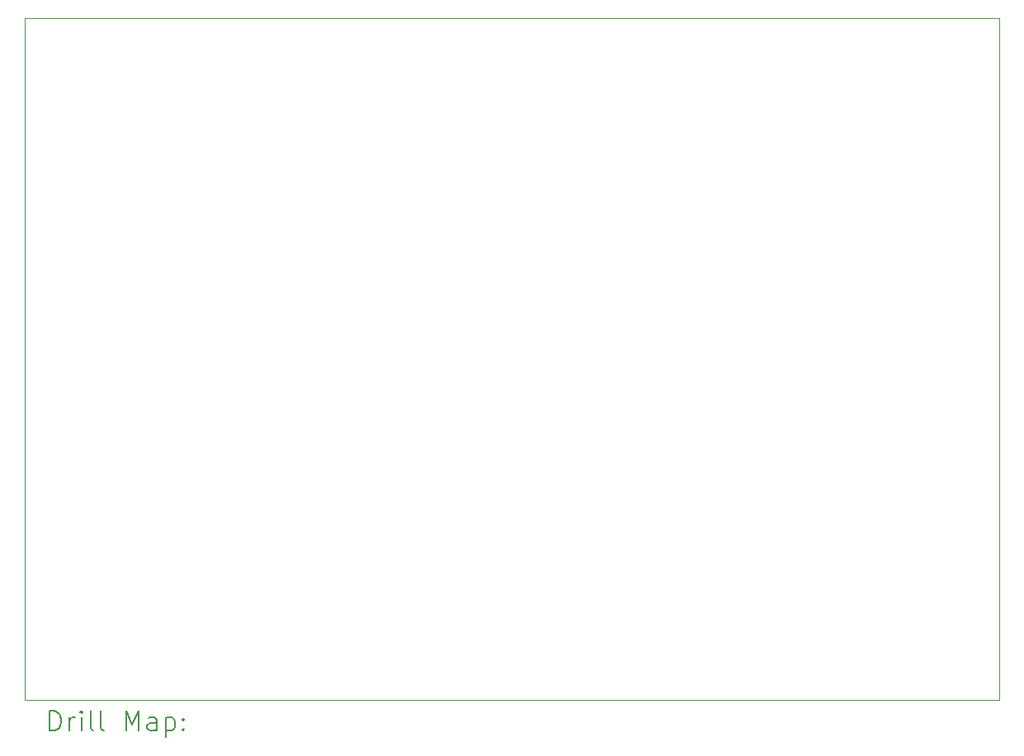
<source format=gbr>
%TF.GenerationSoftware,KiCad,Pcbnew,9.0.7*%
%TF.CreationDate,2026-02-21T19:27:05+01:00*%
%TF.ProjectId,DMH_VCLFO_v2_PCB_Submodule,444d485f-5643-44c4-964f-5f76325f5043,1*%
%TF.SameCoordinates,Original*%
%TF.FileFunction,Drillmap*%
%TF.FilePolarity,Positive*%
%FSLAX45Y45*%
G04 Gerber Fmt 4.5, Leading zero omitted, Abs format (unit mm)*
G04 Created by KiCad (PCBNEW 9.0.7) date 2026-02-21 19:27:05*
%MOMM*%
%LPD*%
G01*
G04 APERTURE LIST*
%ADD10C,0.050000*%
%ADD11C,0.200000*%
G04 APERTURE END LIST*
D10*
X5000000Y-3000000D02*
X15000000Y-3000000D01*
X15000000Y-10000000D01*
X5000000Y-10000000D01*
X5000000Y-3000000D01*
D11*
X5258277Y-10313984D02*
X5258277Y-10113984D01*
X5258277Y-10113984D02*
X5305896Y-10113984D01*
X5305896Y-10113984D02*
X5334467Y-10123508D01*
X5334467Y-10123508D02*
X5353515Y-10142555D01*
X5353515Y-10142555D02*
X5363039Y-10161603D01*
X5363039Y-10161603D02*
X5372563Y-10199698D01*
X5372563Y-10199698D02*
X5372563Y-10228270D01*
X5372563Y-10228270D02*
X5363039Y-10266365D01*
X5363039Y-10266365D02*
X5353515Y-10285412D01*
X5353515Y-10285412D02*
X5334467Y-10304460D01*
X5334467Y-10304460D02*
X5305896Y-10313984D01*
X5305896Y-10313984D02*
X5258277Y-10313984D01*
X5458277Y-10313984D02*
X5458277Y-10180650D01*
X5458277Y-10218746D02*
X5467801Y-10199698D01*
X5467801Y-10199698D02*
X5477324Y-10190174D01*
X5477324Y-10190174D02*
X5496372Y-10180650D01*
X5496372Y-10180650D02*
X5515420Y-10180650D01*
X5582086Y-10313984D02*
X5582086Y-10180650D01*
X5582086Y-10113984D02*
X5572563Y-10123508D01*
X5572563Y-10123508D02*
X5582086Y-10133031D01*
X5582086Y-10133031D02*
X5591610Y-10123508D01*
X5591610Y-10123508D02*
X5582086Y-10113984D01*
X5582086Y-10113984D02*
X5582086Y-10133031D01*
X5705896Y-10313984D02*
X5686848Y-10304460D01*
X5686848Y-10304460D02*
X5677324Y-10285412D01*
X5677324Y-10285412D02*
X5677324Y-10113984D01*
X5810658Y-10313984D02*
X5791610Y-10304460D01*
X5791610Y-10304460D02*
X5782086Y-10285412D01*
X5782086Y-10285412D02*
X5782086Y-10113984D01*
X6039229Y-10313984D02*
X6039229Y-10113984D01*
X6039229Y-10113984D02*
X6105896Y-10256841D01*
X6105896Y-10256841D02*
X6172562Y-10113984D01*
X6172562Y-10113984D02*
X6172562Y-10313984D01*
X6353515Y-10313984D02*
X6353515Y-10209222D01*
X6353515Y-10209222D02*
X6343991Y-10190174D01*
X6343991Y-10190174D02*
X6324943Y-10180650D01*
X6324943Y-10180650D02*
X6286848Y-10180650D01*
X6286848Y-10180650D02*
X6267801Y-10190174D01*
X6353515Y-10304460D02*
X6334467Y-10313984D01*
X6334467Y-10313984D02*
X6286848Y-10313984D01*
X6286848Y-10313984D02*
X6267801Y-10304460D01*
X6267801Y-10304460D02*
X6258277Y-10285412D01*
X6258277Y-10285412D02*
X6258277Y-10266365D01*
X6258277Y-10266365D02*
X6267801Y-10247317D01*
X6267801Y-10247317D02*
X6286848Y-10237793D01*
X6286848Y-10237793D02*
X6334467Y-10237793D01*
X6334467Y-10237793D02*
X6353515Y-10228270D01*
X6448753Y-10180650D02*
X6448753Y-10380650D01*
X6448753Y-10190174D02*
X6467801Y-10180650D01*
X6467801Y-10180650D02*
X6505896Y-10180650D01*
X6505896Y-10180650D02*
X6524943Y-10190174D01*
X6524943Y-10190174D02*
X6534467Y-10199698D01*
X6534467Y-10199698D02*
X6543991Y-10218746D01*
X6543991Y-10218746D02*
X6543991Y-10275889D01*
X6543991Y-10275889D02*
X6534467Y-10294936D01*
X6534467Y-10294936D02*
X6524943Y-10304460D01*
X6524943Y-10304460D02*
X6505896Y-10313984D01*
X6505896Y-10313984D02*
X6467801Y-10313984D01*
X6467801Y-10313984D02*
X6448753Y-10304460D01*
X6629705Y-10294936D02*
X6639229Y-10304460D01*
X6639229Y-10304460D02*
X6629705Y-10313984D01*
X6629705Y-10313984D02*
X6620182Y-10304460D01*
X6620182Y-10304460D02*
X6629705Y-10294936D01*
X6629705Y-10294936D02*
X6629705Y-10313984D01*
X6629705Y-10190174D02*
X6639229Y-10199698D01*
X6639229Y-10199698D02*
X6629705Y-10209222D01*
X6629705Y-10209222D02*
X6620182Y-10199698D01*
X6620182Y-10199698D02*
X6629705Y-10190174D01*
X6629705Y-10190174D02*
X6629705Y-10209222D01*
M02*

</source>
